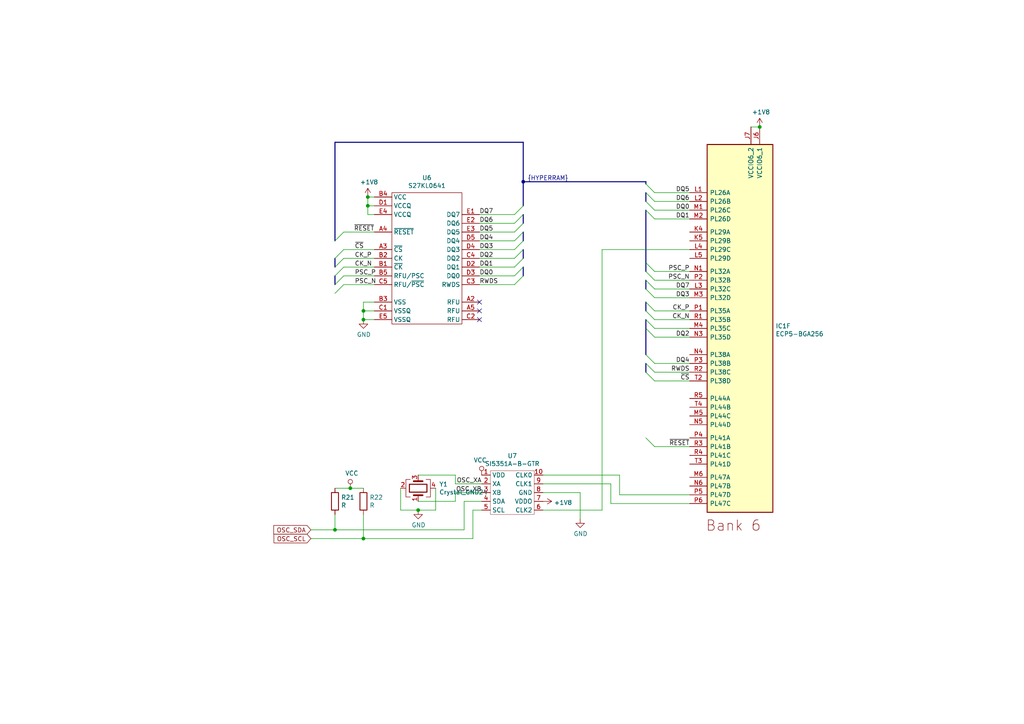
<source format=kicad_sch>
(kicad_sch (version 20200714) (host eeschema "5.99.0-unknown-8324cb3~102~ubuntu20.04.1")
  (page 1 6)
  (paper "A4")
  (lib_symbols
    (symbol "Device:Crystal_GND24" (pin_names hide)
      (property "Reference" "Y" (at 3.175 5.08 0))
      (property "Value" "Crystal_GND24" (at 3.175 3.175 0))
      (symbol "Crystal_GND24_0_1"
        (rectangle (start -1.143 2.54) (end 1.143 -2.54) (stroke (width 0.3048)))
        (polyline (pts (xy -2.54 0) (xy -2.032 0)))
        (polyline (pts (xy -2.032 -1.27) (xy -2.032 1.27)) (stroke (width 0.508)))
        (polyline (pts (xy 0 -3.81) (xy 0 -3.556)))
        (polyline (pts (xy 0 3.556) (xy 0 3.81)))
        (polyline (pts (xy 2.032 -1.27) (xy 2.032 1.27)) (stroke (width 0.508)))
        (polyline (pts (xy 2.032 0) (xy 2.54 0)))
        (polyline (pts (xy -2.54 -2.286) (xy -2.54 -3.556) (xy 2.54 -3.556) (xy 2.54 -2.286)))
        (polyline (pts (xy -2.54 2.286) (xy -2.54 3.556) (xy 2.54 3.556) (xy 2.54 2.286)))
      )
      (symbol "Crystal_GND24_1_1"
        (pin passive line (at -3.81 0 0) (length 1.27) (name "1") (number "1"))
        (pin passive line (at 0 5.08 270) (length 1.27) (name "2") (number "2"))
        (pin passive line (at 3.81 0 180) (length 1.27) (name "3") (number "3"))
        (pin passive line (at 0 -5.08 90) (length 1.27) (name "4") (number "4"))
      )
    )
    (symbol "Device:R" (pin_numbers hide) (pin_names (offset 0))
      (property "Reference" "R" (at 2.032 0 90))
      (property "Value" "R" (at 0 0 90))
      (symbol "R_0_1"
        (rectangle (start -1.016 -2.54) (end 1.016 2.54) (stroke (width 0.254)))
      )
      (symbol "R_1_1"
        (pin passive line (at 0 3.81 270) (length 1.27) (name "~") (number "1"))
        (pin passive line (at 0 -3.81 90) (length 1.27) (name "~") (number "2"))
      )
    )
    (symbol "mini_mipi:ECP5-BGA256" (pin_names (offset 0.762))
      (property "Reference" "IC" (at -2.54 1.27 0))
      (property "Value" "ECP5-BGA256" (at 10.16 1.27 0))
      (symbol "ECP5-BGA256_8_0"
        (text "(Config)" (at 13.97 -97.79 0) (effects (font (size 2.9972 2.9972))))
        (text "Bank 8" (at 13.97 -92.71 0) (effects (font (size 2.9972 2.9972))))
      )
      (symbol "ECP5-BGA256_1_1"
        (text "FPGA Supplies" (at 19.05 -76.2 0) (effects (font (size 2.9972 2.9972))))
        (pin power_in line (at 38.1 -2.54 180) (length 5.08) (name "GND_1") (number "A1"))
        (pin power_in line (at 38.1 -5.08 180) (length 5.08) (name "GND_2") (number "A16"))
        (pin power_in line (at 38.1 -10.16 180) (length 5.08) (name "GND_4") (number "D15"))
        (pin power_in line (at 38.1 -7.62 180) (length 5.08) (name "GND_3") (number "D2"))
        (pin power_in line (at 38.1 -12.7 180) (length 5.08) (name "GND_5") (number "F8"))
        (pin power_in line (at 38.1 -15.24 180) (length 5.08) (name "GND_6") (number "F9"))
        (pin power_in line (at 38.1 -20.32 180) (length 5.08) (name "GND_8") (number "G10"))
        (pin power_in line (at 0 -66.04 0) (length 5.08) (name "VCCAUX_1") (number "G11"))
        (pin power_in line (at 0 -2.54 0) (length 5.08) (name "VCC_1") (number "G6"))
        (pin power_in line (at 0 -5.08 0) (length 5.08) (name "VCC_2") (number "G7"))
        (pin power_in line (at 38.1 -17.78 180) (length 5.08) (name "GND_7") (number "G8"))
        (pin power_in line (at 0 -7.62 0) (length 5.08) (name "VCC_3") (number "G9"))
        (pin power_in line (at 38.1 -22.86 180) (length 5.08) (name "GND_9") (number "H1"))
        (pin power_in line (at 38.1 -30.48 180) (length 5.08) (name "GND_12") (number "H10"))
        (pin power_in line (at 38.1 -33.02 180) (length 5.08) (name "GND_13") (number "H16"))
        (pin power_in line (at 38.1 -25.4 180) (length 5.08) (name "GND_10") (number "H8"))
        (pin power_in line (at 38.1 -27.94 180) (length 5.08) (name "GND_11") (number "H9"))
        (pin power_in line (at 38.1 -40.64 180) (length 5.08) (name "GND_16") (number "J10"))
        (pin power_in line (at 38.1 -35.56 180) (length 5.08) (name "GND_14") (number "J8"))
        (pin power_in line (at 38.1 -38.1 180) (length 5.08) (name "GND_15") (number "J9"))
        (pin power_in line (at 38.1 -53.34 180) (length 5.08) (name "GND_21") (number "K10"))
        (pin power_in line (at 38.1 -43.18 180) (length 5.08) (name "GND_17") (number "K6"))
        (pin power_in line (at 38.1 -45.72 180) (length 5.08) (name "GND_18") (number "K7"))
        (pin power_in line (at 38.1 -48.26 180) (length 5.08) (name "GND_19") (number "K8"))
        (pin power_in line (at 38.1 -50.8 180) (length 5.08) (name "GND_20") (number "K9"))
        (pin power_in line (at 0 -15.24 0) (length 5.08) (name "VCC_6") (number "L10"))
        (pin power_in line (at 0 -68.58 0) (length 5.08) (name "VCCAUX_2") (number "L7"))
        (pin power_in line (at 0 -10.16 0) (length 5.08) (name "VCC_4") (number "L8"))
        (pin power_in line (at 0 -12.7 0) (length 5.08) (name "VCC_5") (number "L9"))
        (pin power_in line (at 38.1 -58.42 180) (length 5.08) (name "GND_23") (number "N15"))
        (pin power_in line (at 38.1 -55.88 180) (length 5.08) (name "GND_22") (number "N2"))
        (pin power_in line (at 38.1 -60.96 180) (length 5.08) (name "GND_24") (number "T1"))
        (pin power_in line (at 38.1 -66.04 180) (length 5.08) (name "GND_26") (number "T12"))
        (pin bidirectional line (at 38.1 -68.58 180) (length 5.08) (name "GND_27") (number "T16"))
        (pin power_in line (at 38.1 -63.5 180) (length 5.08) (name "GND_25") (number "T5"))
      )
      (symbol "ECP5-BGA256_2_1"
        (text "Bank 0" (at 10.16 -78.74 0) (effects (font (size 2.9972 2.9972))))
        (rectangle (start 0 0) (end 19.05 -74.93) (stroke (width 0.3048)) (fill (type background)))
        (pin bidirectional line (at 24.13 -11.43 180) (length 5.08) (name "PT4A") (number "A2"))
        (pin bidirectional line (at 24.13 -16.51 180) (length 5.08) (name "PT6A") (number "A3"))
        (pin bidirectional line (at 24.13 -19.05 180) (length 5.08) (name "PT6B") (number "A4"))
        (pin bidirectional line (at 24.13 -43.18 180) (length 5.08) (name "PT18A") (number "A5"))
        (pin bidirectional line (at 24.13 -45.72 180) (length 5.08) (name "PT18B") (number "A6"))
        (pin bidirectional line (at 24.13 -68.58 180) (length 5.08) (name "PT29A") (number "A7"))
        (pin bidirectional line (at 24.13 -71.12 180) (length 5.08) (name "PT29B") (number "A8"))
        (pin bidirectional line (at 24.13 -13.97 180) (length 5.08) (name "PT4B") (number "B3"))
        (pin bidirectional line (at 24.13 -29.21 180) (length 5.08) (name "PT11B") (number "B4"))
        (pin bidirectional line (at 24.13 -39.37 180) (length 5.08) (name "PT15B") (number "B5"))
        (pin bidirectional line (at 24.13 -55.88 180) (length 5.08) (name "PT22B") (number "B6"))
        (pin bidirectional line (at 24.13 -66.04 180) (length 5.08) (name "PT27B") (number "B7"))
        (pin bidirectional line (at 24.13 -26.67 180) (length 5.08) (name "PT11A") (number "C4"))
        (pin bidirectional line (at 24.13 -36.83 180) (length 5.08) (name "PT15A") (number "C5"))
        (pin bidirectional line (at 24.13 -53.34 180) (length 5.08) (name "PT22A") (number "C6"))
        (pin bidirectional line (at 24.13 -63.5 180) (length 5.08) (name "PT27A") (number "C7"))
        (pin bidirectional line (at 24.13 -24.13 180) (length 5.08) (name "PT9B") (number "D4"))
        (pin bidirectional line (at 24.13 -34.29 180) (length 5.08) (name "PT13B") (number "D5"))
        (pin bidirectional line (at 24.13 -50.8 180) (length 5.08) (name "PT20B") (number "D6"))
        (pin bidirectional line (at 24.13 -60.96 180) (length 5.08) (name "PT24B") (number "D7"))
        (pin bidirectional line (at 24.13 -21.59 180) (length 5.08) (name "PT9A") (number "E4"))
        (pin bidirectional line (at 24.13 -31.75 180) (length 5.08) (name "PT13A") (number "E5"))
        (pin bidirectional line (at 24.13 -48.26 180) (length 5.08) (name "PT20A") (number "E6"))
        (pin bidirectional line (at 24.13 -58.42 180) (length 5.08) (name "PT24A") (number "E7"))
        (pin power_in line (at 7.62 5.08 270) (length 5.08) (name "VCCIO0_1") (number "F6"))
        (pin power_in line (at 5.08 5.08 270) (length 5.08) (name "VCCIO0_2") (number "F7"))
      )
      (symbol "ECP5-BGA256_3_1"
        (text "Bank 1" (at 8.89 -96.52 0) (effects (font (size 2.9972 2.9972))))
        (pin bidirectional line (at 26.67 -34.29 180) (length 5.08) (name "PT42B") (number "A10"))
        (pin bidirectional line (at 26.67 -57.15 180) (length 5.08) (name "PT53A") (number "A11"))
        (pin bidirectional line (at 26.67 -59.69 180) (length 5.08) (name "PT53B") (number "A12"))
        (pin bidirectional line (at 26.67 -82.55 180) (length 5.08) (name "PT65A") (number "A13"))
        (pin bidirectional line (at 26.67 -85.09 180) (length 5.08) (name "PT65B") (number "A14"))
        (pin bidirectional line (at 26.67 -90.17 180) (length 5.08) (name "PT67B") (number "A15"))
        (pin bidirectional line (at 26.67 -31.75 180) (length 5.08) (name "PT42A") (number "A9"))
        (pin bidirectional line (at 26.67 -36.83 180) (length 5.08) (name "PT44A") (number "B10"))
        (pin bidirectional line (at 26.67 -46.99 180) (length 5.08) (name "PT49A") (number "B11"))
        (pin bidirectional line (at 26.67 -62.23 180) (length 5.08) (name "PT56A") (number "B12"))
        (pin bidirectional line (at 26.67 -72.39 180) (length 5.08) (name "PT60A") (number "B13"))
        (pin bidirectional line (at 26.67 -87.63 180) (length 5.08) (name "PT67A") (number "B14"))
        (pin bidirectional line (at 26.67 -19.05 180) (length 5.08) (name "PT35B") (number "B8"))
        (pin bidirectional line (at 26.67 -21.59 180) (length 5.08) (name "PT38A") (number "B9"))
        (pin bidirectional line (at 26.67 -39.37 180) (length 5.08) (name "PT44B") (number "C10"))
        (pin bidirectional line (at 26.67 -49.53 180) (length 5.08) (name "PT49B") (number "C11"))
        (pin bidirectional line (at 26.67 -64.77 180) (length 5.08) (name "PT56B") (number "C12"))
        (pin bidirectional line (at 26.67 -74.93 180) (length 5.08) (name "PT60B") (number "C13"))
        (pin bidirectional line (at 26.67 -16.51 180) (length 5.08) (name "PT35A") (number "C8"))
        (pin bidirectional line (at 26.67 -24.13 180) (length 5.08) (name "PT38B") (number "C9"))
        (pin bidirectional line (at 26.67 -41.91 180) (length 5.08) (name "PT47A") (number "D10"))
        (pin bidirectional line (at 26.67 -52.07 180) (length 5.08) (name "PT51A") (number "D11"))
        (pin bidirectional line (at 26.67 -67.31 180) (length 5.08) (name "PT58A") (number "D12"))
        (pin bidirectional line (at 26.67 -77.47 180) (length 5.08) (name "PT62A") (number "D13"))
        (pin bidirectional line (at 26.67 -13.97 180) (length 5.08) (name "PT33B") (number "D8"))
        (pin bidirectional line (at 26.67 -26.67 180) (length 5.08) (name "PT40A") (number "D9"))
        (pin bidirectional line (at 26.67 -44.45 180) (length 5.08) (name "PT47B") (number "E10"))
        (pin bidirectional line (at 26.67 -54.61 180) (length 5.08) (name "PT51B") (number "E11"))
        (pin bidirectional line (at 26.67 -69.85 180) (length 5.08) (name "PT58B") (number "E12"))
        (pin bidirectional line (at 26.67 -80.01 180) (length 5.08) (name "PT62B") (number "E13"))
        (pin bidirectional line (at 26.67 -11.43 180) (length 5.08) (name "PT33A") (number "E8"))
        (pin bidirectional line (at 26.67 -29.21 180) (length 5.08) (name "PT40B") (number "E9"))
        (pin power_in line (at 6.35 5.08 270) (length 5.08) (name "VCCIO1_1") (number "F10"))
        (pin power_in line (at 3.81 5.08 270) (length 5.08) (name "VCCIO1_2") (number "F11"))
      )
      (symbol "ECP5-BGA256_4_1"
        (text "Bank 2" (at 10.16 -97.79 0) (effects (font (size 2.9972 2.9972))))
        (rectangle (start 0 0) (end 19.05 -93.98) (stroke (width 0.3048)) (fill (type background)))
        (pin bidirectional line (at 24.13 -13.97 180) (length 5.08) (name "PR2B") (number "B15"))
        (pin bidirectional line (at 24.13 -11.43 180) (length 5.08) (name "PR2A") (number "B16"))
        (pin bidirectional line (at 24.13 -16.51 180) (length 5.08) (name "PR2C") (number "C14"))
        (pin bidirectional line (at 24.13 -24.13 180) (length 5.08) (name "PR5B") (number "C15"))
        (pin bidirectional line (at 24.13 -21.59 180) (length 5.08) (name "PR5A") (number "C16"))
        (pin bidirectional line (at 24.13 -19.05 180) (length 5.08) (name "PR2D") (number "D14"))
        (pin bidirectional line (at 24.13 -31.75 180) (length 5.08) (name "PR8A") (number "D16"))
        (pin bidirectional line (at 24.13 -26.67 180) (length 5.08) (name "PR5C") (number "E14"))
        (pin bidirectional line (at 24.13 -34.29 180) (length 5.08) (name "PR8B") (number "E15"))
        (pin bidirectional line (at 24.13 -49.53 180) (length 5.08) (name "PR11D") (number "E16"))
        (pin bidirectional line (at 24.13 -39.37 180) (length 5.08) (name "PR8D") (number "F12"))
        (pin bidirectional line (at 24.13 -36.83 180) (length 5.08) (name "PR8C") (number "F13"))
        (pin bidirectional line (at 24.13 -29.21 180) (length 5.08) (name "PR5D") (number "F14"))
        (pin bidirectional line (at 24.13 -46.99 180) (length 5.08) (name "PR11C") (number "F15"))
        (pin bidirectional line (at 24.13 -52.07 180) (length 5.08) (name "PR14A") (number "F16"))
        (pin bidirectional line (at 24.13 -41.91 180) (length 5.08) (name "PR11A") (number "G12"))
        (pin bidirectional line (at 24.13 -44.45 180) (length 5.08) (name "PR11B") (number "G13"))
        (pin bidirectional line (at 24.13 -57.15 180) (length 5.08) (name "PR14C") (number "G14"))
        (pin bidirectional line (at 24.13 -54.61 180) (length 5.08) (name "PR14B") (number "G15"))
        (pin bidirectional line (at 24.13 -72.39 180) (length 5.08) (name "PR20A") (number "G16"))
        (pin power_in line (at 3.81 5.08 270) (length 5.08) (name "VCCIO2_1") (number "H11"))
        (pin bidirectional line (at 24.13 -62.23 180) (length 5.08) (name "PR17A") (number "H12"))
        (pin bidirectional line (at 24.13 -64.77 180) (length 5.08) (name "PR17B") (number "H13"))
        (pin bidirectional line (at 24.13 -59.69 180) (length 5.08) (name "PR14D") (number "H14"))
        (pin bidirectional line (at 24.13 -74.93 180) (length 5.08) (name "PR20B") (number "H15"))
        (pin power_in line (at 6.35 5.08 270) (length 5.08) (name "VCCIO2_2") (number "J11"))
        (pin bidirectional line (at 24.13 -69.85 180) (length 5.08) (name "PR17D") (number "J12"))
        (pin bidirectional line (at 24.13 -67.31 180) (length 5.08) (name "PR17C") (number "J13"))
        (pin bidirectional line (at 24.13 -77.47 180) (length 5.08) (name "PR20C") (number "J14"))
        (pin bidirectional line (at 24.13 -85.09 180) (length 5.08) (name "PR23B") (number "J15"))
        (pin bidirectional line (at 24.13 -82.55 180) (length 5.08) (name "PR23A") (number "J16"))
        (pin bidirectional line (at 24.13 -80.01 180) (length 5.08) (name "PR20D") (number "K14"))
        (pin bidirectional line (at 24.13 -90.17 180) (length 5.08) (name "PR23D") (number "K15"))
        (pin bidirectional line (at 24.13 -87.63 180) (length 5.08) (name "PR23C") (number "K16"))
      )
      (symbol "ECP5-BGA256_5_1"
        (text "Bank 3" (at 15.24 -96.52 0) (effects (font (size 2.9972 2.9972))))
        (pin power_in line (at 3.81 5.08 270) (length 5.08) (name "VCCIO3_1") (number "K11"))
        (pin bidirectional line (at 25.4 -22.86 180) (length 5.08) (name "PR29B") (number "K12"))
        (pin bidirectional line (at 25.4 -20.32 180) (length 5.08) (name "PR29A") (number "K13"))
        (pin power_in line (at 6.35 5.08 270) (length 5.08) (name "VCCIO3_2") (number "L11"))
        (pin bidirectional line (at 25.4 -27.94 180) (length 5.08) (name "PR29D") (number "L12"))
        (pin bidirectional line (at 25.4 -25.4 180) (length 5.08) (name "PR29C") (number "L13"))
        (pin bidirectional line (at 25.4 -35.56 180) (length 5.08) (name "PR32C") (number "L14"))
        (pin bidirectional line (at 25.4 -12.7 180) (length 5.08) (name "PR26B") (number "L15"))
        (pin bidirectional line (at 25.4 -10.16 180) (length 5.08) (name "PR26A") (number "L16"))
        (pin bidirectional line (at 25.4 -81.28 180) (length 5.08) (name "PR47A") (number "M11"))
        (pin bidirectional line (at 25.4 -76.2 180) (length 5.08) (name "PR44C") (number "M12"))
        (pin bidirectional line (at 25.4 -45.72 180) (length 5.08) (name "PR35C") (number "M13"))
        (pin bidirectional line (at 25.4 -38.1 180) (length 5.08) (name "PR32D") (number "M14"))
        (pin bidirectional line (at 25.4 -17.78 180) (length 5.08) (name "PR26D") (number "M15"))
        (pin bidirectional line (at 25.4 -15.24 180) (length 5.08) (name "PR26C") (number "M16"))
        (pin bidirectional line (at 25.4 -83.82 180) (length 5.08) (name "PR47B") (number "N11"))
        (pin bidirectional line (at 25.4 -78.74 180) (length 5.08) (name "PR44D") (number "N12"))
        (pin bidirectional line (at 25.4 -50.8 180) (length 5.08) (name "PR38A") (number "N13"))
        (pin bidirectional line (at 25.4 -48.26 180) (length 5.08) (name "PR35D") (number "N14"))
        (pin bidirectional line (at 25.4 -30.48 180) (length 5.08) (name "PR32A") (number "N16"))
        (pin bidirectional line (at 25.4 -86.36 180) (length 5.08) (name "PR47C") (number "P11"))
        (pin bidirectional line (at 25.4 -88.9 180) (length 5.08) (name "PR47D") (number "P12"))
        (pin bidirectional line (at 25.4 -60.96 180) (length 5.08) (name "PR41A") (number "P13"))
        (pin bidirectional line (at 25.4 -53.34 180) (length 5.08) (name "PR38B") (number "P14"))
        (pin bidirectional line (at 25.4 -33.02 180) (length 5.08) (name "PR32B") (number "P15"))
        (pin bidirectional line (at 25.4 -40.64 180) (length 5.08) (name "PR35A") (number "P16"))
        (pin bidirectional line (at 25.4 -71.12 180) (length 5.08) (name "PR44A") (number "R12"))
        (pin bidirectional line (at 25.4 -66.04 180) (length 5.08) (name "PR41C") (number "R13"))
        (pin bidirectional line (at 25.4 -63.5 180) (length 5.08) (name "PR41B") (number "R14"))
        (pin bidirectional line (at 25.4 -55.88 180) (length 5.08) (name "PR38C") (number "R15"))
        (pin bidirectional line (at 25.4 -43.18 180) (length 5.08) (name "PR35B") (number "R16"))
        (pin bidirectional line (at 25.4 -73.66 180) (length 5.08) (name "PR44B") (number "T13"))
        (pin bidirectional line (at 25.4 -68.58 180) (length 5.08) (name "PR41D") (number "T14"))
        (pin bidirectional line (at 25.4 -58.42 180) (length 5.08) (name "PR38D") (number "T15"))
      )
      (symbol "ECP5-BGA256_6_1"
        (text "Bank 6" (at 11.43 -110.49 0) (effects (font (size 2.9972 2.9972))))
        (rectangle (start 0 0) (end 19.05 -106.68) (stroke (width 0.3048)) (fill (type background)))
        (pin power_in line (at 3.81 5.08 270) (length 5.08) (name "VCCIO6_1") (number "J6"))
        (pin power_in line (at 6.35 5.08 270) (length 5.08) (name "VCCIO6_2") (number "J7"))
        (pin bidirectional line (at 24.13 -25.4 180) (length 5.08) (name "PL29A") (number "K4"))
        (pin bidirectional line (at 24.13 -27.94 180) (length 5.08) (name "PL29B") (number "K5"))
        (pin bidirectional line (at 24.13 -13.97 180) (length 5.08) (name "PL26A") (number "L1"))
        (pin bidirectional line (at 24.13 -16.51 180) (length 5.08) (name "PL26B") (number "L2"))
        (pin bidirectional line (at 24.13 -41.91 180) (length 5.08) (name "PL32C") (number "L3"))
        (pin bidirectional line (at 24.13 -30.48 180) (length 5.08) (name "PL29C") (number "L4"))
        (pin bidirectional line (at 24.13 -33.02 180) (length 5.08) (name "PL29D") (number "L5"))
        (pin bidirectional line (at 24.13 -19.05 180) (length 5.08) (name "PL26C") (number "M1"))
        (pin bidirectional line (at 24.13 -21.59 180) (length 5.08) (name "PL26D") (number "M2"))
        (pin bidirectional line (at 24.13 -44.45 180) (length 5.08) (name "PL32D") (number "M3"))
        (pin bidirectional line (at 24.13 -53.34 180) (length 5.08) (name "PL35C") (number "M4"))
        (pin bidirectional line (at 24.13 -78.74 180) (length 5.08) (name "PL44C") (number "M5"))
        (pin bidirectional line (at 24.13 -96.52 180) (length 5.08) (name "PL47A") (number "M6"))
        (pin bidirectional line (at 24.13 -36.83 180) (length 5.08) (name "PL32A") (number "N1"))
        (pin bidirectional line (at 24.13 -55.88 180) (length 5.08) (name "PL35D") (number "N3"))
        (pin bidirectional line (at 24.13 -60.96 180) (length 5.08) (name "PL38A") (number "N4"))
        (pin bidirectional line (at 24.13 -81.28 180) (length 5.08) (name "PL44D") (number "N5"))
        (pin bidirectional line (at 24.13 -99.06 180) (length 5.08) (name "PL47B") (number "N6"))
        (pin bidirectional line (at 24.13 -48.26 180) (length 5.08) (name "PL35A") (number "P1"))
        (pin bidirectional line (at 24.13 -39.37 180) (length 5.08) (name "PL32B") (number "P2"))
        (pin bidirectional line (at 24.13 -63.5 180) (length 5.08) (name "PL38B") (number "P3"))
        (pin bidirectional line (at 24.13 -85.09 180) (length 5.08) (name "PL41A") (number "P4"))
        (pin bidirectional line (at 24.13 -101.6 180) (length 5.08) (name "PL47D") (number "P5"))
        (pin bidirectional line (at 24.13 -104.14 180) (length 5.08) (name "PL47C") (number "P6"))
        (pin bidirectional line (at 24.13 -50.8 180) (length 5.08) (name "PL35B") (number "R1"))
        (pin bidirectional line (at 24.13 -66.04 180) (length 5.08) (name "PL38C") (number "R2"))
        (pin bidirectional line (at 24.13 -87.63 180) (length 5.08) (name "PL41B") (number "R3"))
        (pin bidirectional line (at 24.13 -90.17 180) (length 5.08) (name "PL41C") (number "R4"))
        (pin bidirectional line (at 24.13 -73.66 180) (length 5.08) (name "PL44A") (number "R5"))
        (pin bidirectional line (at 24.13 -68.58 180) (length 5.08) (name "PL38D") (number "T2"))
        (pin bidirectional line (at 24.13 -92.71 180) (length 5.08) (name "PL41D") (number "T3"))
        (pin bidirectional line (at 24.13 -76.2 180) (length 5.08) (name "PL44B") (number "T4"))
      )
      (symbol "ECP5-BGA256_7_1"
        (text "Bank 7" (at 12.7 -113.03 0) (effects (font (size 2.9972 2.9972))))
        (rectangle (start 0 0) (end 20.32 -109.22) (stroke (width 0.3048)) (fill (type background)))
        (pin bidirectional line (at 25.4 -10.16 180) (length 5.08) (name "PL2A") (number "B1"))
        (pin bidirectional line (at 25.4 -12.7 180) (length 5.08) (name "PL2B") (number "B2"))
        (pin bidirectional line (at 25.4 -22.86 180) (length 5.08) (name "PL5A") (number "C1"))
        (pin bidirectional line (at 25.4 -25.4 180) (length 5.08) (name "PL5B") (number "C2"))
        (pin bidirectional line (at 25.4 -15.24 180) (length 5.08) (name "PL2C") (number "C3"))
        (pin bidirectional line (at 25.4 -35.56 180) (length 5.08) (name "PL8A") (number "D1"))
        (pin bidirectional line (at 25.4 -17.78 180) (length 5.08) (name "PL2D") (number "D3"))
        (pin bidirectional line (at 25.4 -54.61 180) (length 5.08) (name "PL11D") (number "E1"))
        (pin bidirectional line (at 25.4 -38.1 180) (length 5.08) (name "PL8B") (number "E2"))
        (pin bidirectional line (at 25.4 -27.94 180) (length 5.08) (name "PL5C") (number "E3"))
        (pin bidirectional line (at 25.4 -59.69 180) (length 5.08) (name "PL14A") (number "F1"))
        (pin bidirectional line (at 25.4 -52.07 180) (length 5.08) (name "PL11C") (number "F2"))
        (pin bidirectional line (at 25.4 -30.48 180) (length 5.08) (name "PL5D") (number "F3"))
        (pin bidirectional line (at 25.4 -40.64 180) (length 5.08) (name "PL8C") (number "F4"))
        (pin bidirectional line (at 25.4 -43.18 180) (length 5.08) (name "PL8D") (number "F5"))
        (pin bidirectional line (at 25.4 -82.55 180) (length 5.08) (name "PL20A") (number "G1"))
        (pin bidirectional line (at 25.4 -62.23 180) (length 5.08) (name "PL14B") (number "G2"))
        (pin bidirectional line (at 25.4 -64.77 180) (length 5.08) (name "PL14C") (number "G3"))
        (pin bidirectional line (at 25.4 -49.53 180) (length 5.08) (name "PL11B") (number "G4"))
        (pin bidirectional line (at 25.4 -46.99 180) (length 5.08) (name "PL11A") (number "G5"))
        (pin bidirectional line (at 25.4 -85.09 180) (length 5.08) (name "PL20B") (number "H2"))
        (pin bidirectional line (at 25.4 -67.31 180) (length 5.08) (name "PL14D") (number "H3"))
        (pin bidirectional line (at 25.4 -73.66 180) (length 5.08) (name "PL17B") (number "H4"))
        (pin bidirectional line (at 25.4 -71.12 180) (length 5.08) (name "PL17A") (number "H5"))
        (pin power_in line (at 7.62 5.08 270) (length 5.08) (name "VCCIO7_1") (number "H6"))
        (pin power_in line (at 5.08 5.08 270) (length 5.08) (name "VCCIO7_2") (number "H7"))
        (pin bidirectional line (at 25.4 -95.25 180) (length 5.08) (name "PL23A") (number "J1"))
        (pin bidirectional line (at 25.4 -97.79 180) (length 5.08) (name "PL23B") (number "J2"))
        (pin bidirectional line (at 25.4 -87.63 180) (length 5.08) (name "PL20C") (number "J3"))
        (pin bidirectional line (at 25.4 -76.2 180) (length 5.08) (name "PL17C") (number "J4"))
        (pin bidirectional line (at 25.4 -78.74 180) (length 5.08) (name "PL17D") (number "J5"))
        (pin bidirectional line (at 25.4 -100.33 180) (length 5.08) (name "PL23C") (number "K1"))
        (pin bidirectional line (at 25.4 -102.87 180) (length 5.08) (name "PL23D") (number "K2"))
        (pin bidirectional line (at 25.4 -90.17 180) (length 5.08) (name "PL20D") (number "K3"))
      )
      (symbol "ECP5-BGA256_1_0"
        (rectangle (start 5.08 0) (end 33.02 -71.12) (stroke (width 0.3048)) (fill (type background)))
      )
      (symbol "ECP5-BGA256_3_0"
        (rectangle (start 0 0) (end 21.59 -93.98) (stroke (width 0.3048)) (fill (type background)))
      )
      (symbol "ECP5-BGA256_5_0"
        (rectangle (start 0 0) (end 20.32 -91.44) (stroke (width 0.3048)) (fill (type background)))
      )
      (symbol "ECP5-BGA256_8_1"
        (rectangle (start 0 0) (end 21.59 -88.9) (stroke (width 0.3048)) (fill (type background)))
        (pin power_in line (at 5.08 5.08 270) (length 5.08) (name "VCCIO8") (number "L6"))
        (pin output line (at 26.67 -57.15 180) (length 5.08) (name "TDO") (number "M10"))
        (pin bidirectional line (at 26.67 -24.13 180) (length 5.08) (name "D2/PB9B") (number "M7"))
        (pin bidirectional line (at 26.67 -39.37 180) (length 5.08) (name "DOUT/CSON/PB15B") (number "M8"))
        (pin bidirectional line (at 26.67 -41.91 180) (length 5.08) (name "WRITEEN/PB18A") (number "M9"))
        (pin input line (at 26.67 -68.58 180) (length 5.08) (name "CFG_0") (number "N10"))
        (pin bidirectional line (at 26.67 -21.59 180) (length 5.08) (name "D3/PB9A") (number "N7"))
        (pin bidirectional line (at 26.67 -36.83 180) (length 5.08) (name "HOLDN/CSN/PB15A") (number "N8"))
        (pin bidirectional line (at 26.67 -63.5 180) (length 5.08) (name "MCLK/SCLK/CCLK") (number "N9"))
        (pin input line (at 26.67 -71.12 180) (length 5.08) (name "CFG_1") (number "P10"))
        (pin bidirectional line (at 26.67 -19.05 180) (length 5.08) (name "D4/COPI2/PB6B") (number "P7"))
        (pin bidirectional line (at 26.67 -34.29 180) (length 5.08) (name "CS1N/PB13B") (number "P8"))
        (pin bidirectional line (at 26.67 -80.01 180) (length 5.08) (name "DONE") (number "P9"))
        (pin input line (at 26.67 -73.66 180) (length 5.08) (name "CFG_2") (number "R10"))
        (pin input line (at 26.67 -54.61 180) (length 5.08) (name "TDI") (number "R11"))
        (pin bidirectional line (at 26.67 -13.97 180) (length 5.08) (name "D6/PB4B") (number "R6"))
        (pin bidirectional line (at 26.67 -16.51 180) (length 5.08) (name "D5/CIPO2/PB6A") (number "R7"))
        (pin bidirectional line (at 26.67 -31.75 180) (length 5.08) (name "SN/CSN/PB13A") (number "R8"))
        (pin bidirectional line (at 26.67 -85.09 180) (length 5.08) (name "PROGRAMN") (number "R9"))
        (pin input line (at 26.67 -52.07 180) (length 5.08) (name "TCK") (number "T10"))
        (pin input line (at 26.67 -49.53 180) (length 5.08) (name "TMS") (number "T11"))
        (pin bidirectional line (at 26.67 -11.43 180) (length 5.08) (name "D7/PB4A") (number "T6"))
        (pin bidirectional line (at 26.67 -26.67 180) (length 5.08) (name "D1/CIPO/PB11A") (number "T7"))
        (pin bidirectional line (at 26.67 -29.21 180) (length 5.08) (name "D0/COPI/PB11B") (number "T8"))
        (pin bidirectional line (at 26.67 -82.55 180) (length 5.08) (name "INITN") (number "T9"))
      )
    )
    (symbol "mini_mipi:S27KL0641"
      (property "Reference" "U" (at 0 20.32 0))
      (property "Value" "S27KL0641" (at 0 -20.32 0))
      (symbol "S27KL0641_0_1"
        (rectangle (start -10.16 19.05) (end 10.16 -19.05))
      )
      (symbol "S27KL0641_1_1"
        (pin passive line (at 15.24 -12.7 180) (length 5.08) (name "RFU") (number "A2"))
        (pin input line (at -15.24 2.54 0) (length 5.08) (name "~CS") (number "A3"))
        (pin input line (at -15.24 7.62 0) (length 5.08) (name "~RESET") (number "A4"))
        (pin passive line (at 15.24 -15.24 180) (length 5.08) (name "RFU") (number "A5"))
        (pin input line (at -15.24 -2.54 0) (length 5.08) (name "~CK") (number "B1"))
        (pin input line (at -15.24 0 0) (length 5.08) (name "CK") (number "B2"))
        (pin power_in line (at -15.24 -12.7 0) (length 5.08) (name "VSS") (number "B3"))
        (pin power_in line (at -15.24 17.78 0) (length 5.08) (name "VCC") (number "B4"))
        (pin input line (at -15.24 -5.08 0) (length 5.08) (name "RFU/PSC") (number "B5"))
        (pin power_in line (at -15.24 -15.24 0) (length 5.08) (name "VSSQ") (number "C1"))
        (pin passive line (at 15.24 -17.78 180) (length 5.08) (name "RFU") (number "C2"))
        (pin bidirectional line (at 15.24 -7.62 180) (length 5.08) (name "RWDS") (number "C3"))
        (pin bidirectional line (at 15.24 0 180) (length 5.08) (name "DQ2") (number "C4"))
        (pin input line (at -15.24 -7.62 0) (length 5.08) (name "RFU/~PSC") (number "C5"))
        (pin power_in line (at -15.24 15.24 0) (length 5.08) (name "VCCQ") (number "D1"))
        (pin bidirectional line (at 15.24 -2.54 180) (length 5.08) (name "DQ1") (number "D2"))
        (pin bidirectional line (at 15.24 -5.08 180) (length 5.08) (name "DQ0") (number "D3"))
        (pin bidirectional line (at 15.24 2.54 180) (length 5.08) (name "DQ3") (number "D4"))
        (pin bidirectional line (at 15.24 5.08 180) (length 5.08) (name "DQ4") (number "D5"))
        (pin bidirectional line (at 15.24 12.7 180) (length 5.08) (name "DQ7") (number "E1"))
        (pin bidirectional line (at 15.24 10.16 180) (length 5.08) (name "DQ6") (number "E2"))
        (pin bidirectional line (at 15.24 7.62 180) (length 5.08) (name "DQ5") (number "E3"))
        (pin power_in line (at -15.24 12.7 0) (length 5.08) (name "VCCQ") (number "E4"))
        (pin power_in line (at -15.24 -17.78 0) (length 5.08) (name "VSSQ") (number "E5"))
      )
    )
    (symbol "mini_mipi:SI5351A-B-GTR"
      (property "Reference" "U" (at 0 1.27 0))
      (property "Value" "SI5351A-B-GTR" (at 0 3.175 0))
      (symbol "SI5351A-B-GTR_0_1"
        (rectangle (start 6.35 0) (end -6.35 -12.7) (stroke (width 0.0006)))
      )
      (symbol "SI5351A-B-GTR_1_1"
        (pin input line (at -8.89 -1.27 0) (length 2.54) (name "VDD") (number "1"))
        (pin input line (at -8.89 -3.81 0) (length 2.54) (name "XA") (number "2"))
        (pin input line (at -8.89 -6.35 0) (length 2.54) (name "XB") (number "3"))
        (pin input line (at -8.89 -8.89 0) (length 2.54) (name "SDA") (number "4"))
        (pin input line (at -8.89 -11.43 0) (length 2.54) (name "SCL") (number "5"))
        (pin input line (at 8.89 -11.43 180) (length 2.54) (name "CLK2") (number "6"))
        (pin input line (at 8.89 -8.89 180) (length 2.54) (name "VDDO") (number "7"))
        (pin input line (at 8.89 -6.35 180) (length 2.54) (name "GND") (number "8"))
        (pin input line (at 8.89 -3.81 180) (length 2.54) (name "CLK1") (number "9"))
        (pin input line (at 8.89 -1.27 180) (length 2.54) (name "CLK0") (number "10"))
      )
    )
    (symbol "power:+1V8" (power) (pin_names (offset 0))
      (property "Value" "+1V8" (at 0 3.556 0))
      (symbol "+1V8_0_1"
        (polyline (pts (xy -0.762 1.27) (xy 0 2.54)))
        (polyline (pts (xy 0 0) (xy 0 2.54)))
        (polyline (pts (xy 0 2.54) (xy 0.762 1.27)))
      )
      (symbol "+1V8_1_1"
        (pin power_in line (at 0 0 90) (length 0) hide (name "+1V8") (number "1"))
      )
    )
    (symbol "power:GND" (power) (pin_names (offset 0))
      (property "Value" "GND" (at 0 -3.81 0))
      (symbol "GND_0_1"
        (polyline (pts (xy 0 0) (xy 0 -1.27) (xy 1.27 -1.27) (xy 0 -2.54) (xy -1.27 -1.27) (xy 0 -1.27)))
      )
      (symbol "GND_1_1"
        (pin power_in line (at 0 0 270) (length 0) hide (name "GND") (number "1"))
      )
    )
    (symbol "power:VCC" (power) (pin_names (offset 0))
      (property "Value" "VCC" (at 0 3.81 0))
      (symbol "VCC_0_1"
        (circle (center 0 1.905) (radius 0.635))
        (polyline (pts (xy 0 0) (xy 0 1.27)))
      )
      (symbol "VCC_1_1"
        (pin power_in line (at 0 0 90) (length 0) hide (name "VCC") (number "1"))
      )
    )
  )
  (bus_alias "HYPERRAM" (members "DQ[0..7]" "RWDS" "~CS" "CK_N" "CK_P" "PSC_N" "PSC_P" "~RESET"))
  (junction (at 97.155 153.67))
  (junction (at 101.6 141.605))
  (junction (at 105.41 90.17))
  (junction (at 105.41 92.71))
  (junction (at 105.41 156.21))
  (junction (at 106.68 57.15))
  (junction (at 106.68 59.69))
  (junction (at 121.285 147.955))
  (junction (at 220.345 36.83))
  (junction (at 151.765 52.705))
  (no_connect (at 139.065 87.63))
  (no_connect (at 139.065 92.71))
  (no_connect (at 139.065 90.17))
  (bus_entry (at 97.155 69.85) (size 2.54 -2.54) (stroke (width 0.1524)))
  (bus_entry (at 97.155 74.93) (size 2.54 -2.54) (stroke (width 0.1524)))
  (bus_entry (at 97.155 77.47) (size 2.54 -2.54) (stroke (width 0.1524)))
  (bus_entry (at 97.155 80.01) (size 2.54 -2.54) (stroke (width 0.1524)))
  (bus_entry (at 97.155 82.55) (size 2.54 -2.54) (stroke (width 0.1524)))
  (bus_entry (at 97.155 85.09) (size 2.54 -2.54) (stroke (width 0.1524)))
  (bus_entry (at 149.225 62.23) (size 2.54 -2.54) (stroke (width 0.1524)))
  (bus_entry (at 149.225 64.77) (size 2.54 -2.54) (stroke (width 0.1524)))
  (bus_entry (at 149.225 67.31) (size 2.54 -2.54) (stroke (width 0.1524)))
  (bus_entry (at 149.225 69.85) (size 2.54 -2.54) (stroke (width 0.1524)))
  (bus_entry (at 149.225 72.39) (size 2.54 -2.54) (stroke (width 0.1524)))
  (bus_entry (at 149.225 74.93) (size 2.54 -2.54) (stroke (width 0.1524)))
  (bus_entry (at 149.225 77.47) (size 2.54 -2.54) (stroke (width 0.1524)))
  (bus_entry (at 149.225 80.01) (size 2.54 -2.54) (stroke (width 0.1524)))
  (bus_entry (at 149.225 82.55) (size 2.54 -2.54) (stroke (width 0.1524)))
  (bus_entry (at 187.325 78.74) (size 2.54 2.54) (stroke (width 0.1524)))
  (bus_entry (at 187.325 81.28) (size 2.54 2.54) (stroke (width 0.1524)))
  (bus_entry (at 187.325 83.82) (size 2.54 2.54) (stroke (width 0.1524)))
  (bus_entry (at 187.325 87.63) (size 2.54 2.54) (stroke (width 0.1524)))
  (bus_entry (at 187.325 90.17) (size 2.54 2.54) (stroke (width 0.1524)))
  (bus_entry (at 187.325 92.71) (size 2.54 2.54) (stroke (width 0.1524)))
  (bus_entry (at 187.325 95.25) (size 2.54 2.54) (stroke (width 0.1524)))
  (bus_entry (at 187.325 102.87) (size 2.54 2.54) (stroke (width 0.1524)))
  (bus_entry (at 187.325 105.41) (size 2.54 2.54) (stroke (width 0.1524)))
  (bus_entry (at 187.325 107.95) (size 2.54 2.54) (stroke (width 0.1524)))
  (bus_entry (at 187.325 127) (size 2.54 2.54) (stroke (width 0.1524)))
  (bus_entry (at 189.865 55.88) (size -2.54 -2.54) (stroke (width 0.1524)))
  (bus_entry (at 189.865 58.42) (size -2.54 -2.54) (stroke (width 0.1524)))
  (bus_entry (at 189.865 60.96) (size -2.54 -2.54) (stroke (width 0.1524)))
  (bus_entry (at 189.865 63.5) (size -2.54 -2.54) (stroke (width 0.1524)))
  (bus_entry (at 189.865 78.74) (size -2.54 -2.54) (stroke (width 0.1524)))
  (wire (pts (xy 90.17 153.67) (xy 97.155 153.67)))
  (wire (pts (xy 90.17 156.21) (xy 105.41 156.21)))
  (wire (pts (xy 97.155 141.605) (xy 101.6 141.605)))
  (wire (pts (xy 97.155 149.225) (xy 97.155 153.67)))
  (wire (pts (xy 97.155 153.67) (xy 134.62 153.67)))
  (wire (pts (xy 99.695 67.31) (xy 108.585 67.31)))
  (wire (pts (xy 99.695 72.39) (xy 108.585 72.39)))
  (wire (pts (xy 99.695 74.93) (xy 108.585 74.93)))
  (wire (pts (xy 99.695 77.47) (xy 108.585 77.47)))
  (wire (pts (xy 99.695 80.01) (xy 108.585 80.01)))
  (wire (pts (xy 99.695 82.55) (xy 108.585 82.55)))
  (wire (pts (xy 101.6 141.605) (xy 105.41 141.605)))
  (wire (pts (xy 105.41 87.63) (xy 108.585 87.63)))
  (wire (pts (xy 105.41 90.17) (xy 105.41 87.63)))
  (wire (pts (xy 105.41 90.17) (xy 108.585 90.17)))
  (wire (pts (xy 105.41 92.71) (xy 105.41 90.17)))
  (wire (pts (xy 105.41 92.71) (xy 108.585 92.71)))
  (wire (pts (xy 105.41 149.225) (xy 105.41 156.21)))
  (wire (pts (xy 105.41 156.21) (xy 137.16 156.21)))
  (wire (pts (xy 106.68 57.15) (xy 106.68 59.69)))
  (wire (pts (xy 106.68 57.15) (xy 108.585 57.15)))
  (wire (pts (xy 106.68 59.69) (xy 106.68 62.23)))
  (wire (pts (xy 106.68 59.69) (xy 108.585 59.69)))
  (wire (pts (xy 106.68 62.23) (xy 108.585 62.23)))
  (wire (pts (xy 116.205 147.955) (xy 116.205 141.605)))
  (wire (pts (xy 121.285 137.795) (xy 132.08 137.795)))
  (wire (pts (xy 121.285 145.415) (xy 132.08 145.415)))
  (wire (pts (xy 121.285 147.955) (xy 116.205 147.955)))
  (wire (pts (xy 126.365 141.605) (xy 126.365 147.955)))
  (wire (pts (xy 126.365 147.955) (xy 121.285 147.955)))
  (wire (pts (xy 132.08 140.335) (xy 132.08 137.795)))
  (wire (pts (xy 132.08 142.875) (xy 132.08 145.415)))
  (wire (pts (xy 134.62 145.415) (xy 134.62 153.67)))
  (wire (pts (xy 137.16 147.955) (xy 137.16 156.21)))
  (wire (pts (xy 139.065 62.23) (xy 149.225 62.23)))
  (wire (pts (xy 139.065 64.77) (xy 149.225 64.77)))
  (wire (pts (xy 139.065 67.31) (xy 149.225 67.31)))
  (wire (pts (xy 139.065 69.85) (xy 149.225 69.85)))
  (wire (pts (xy 139.065 72.39) (xy 149.225 72.39)))
  (wire (pts (xy 139.065 74.93) (xy 149.225 74.93)))
  (wire (pts (xy 139.065 77.47) (xy 149.225 77.47)))
  (wire (pts (xy 139.065 80.01) (xy 149.225 80.01)))
  (wire (pts (xy 139.065 82.55) (xy 149.225 82.55)))
  (wire (pts (xy 139.7 140.335) (xy 132.08 140.335)))
  (wire (pts (xy 139.7 142.875) (xy 132.08 142.875)))
  (wire (pts (xy 139.7 145.415) (xy 134.62 145.415)))
  (wire (pts (xy 139.7 147.955) (xy 137.16 147.955)))
  (wire (pts (xy 157.48 137.795) (xy 179.705 137.795)))
  (wire (pts (xy 157.48 142.875) (xy 168.275 142.875)))
  (wire (pts (xy 157.48 147.955) (xy 174.625 147.955)))
  (wire (pts (xy 168.275 142.875) (xy 168.275 150.495)))
  (wire (pts (xy 174.625 72.39) (xy 200.025 72.39)))
  (wire (pts (xy 174.625 147.955) (xy 174.625 72.39)))
  (wire (pts (xy 177.165 140.335) (xy 157.48 140.335)))
  (wire (pts (xy 177.165 146.05) (xy 177.165 140.335)))
  (wire (pts (xy 179.705 137.795) (xy 179.705 143.51)))
  (wire (pts (xy 179.705 143.51) (xy 200.025 143.51)))
  (wire (pts (xy 189.865 81.28) (xy 200.025 81.28)))
  (wire (pts (xy 189.865 83.82) (xy 200.025 83.82)))
  (wire (pts (xy 189.865 86.36) (xy 200.025 86.36)))
  (wire (pts (xy 189.865 90.17) (xy 200.025 90.17)))
  (wire (pts (xy 189.865 92.71) (xy 200.025 92.71)))
  (wire (pts (xy 189.865 95.25) (xy 200.025 95.25)))
  (wire (pts (xy 189.865 97.79) (xy 200.025 97.79)))
  (wire (pts (xy 189.865 105.41) (xy 200.025 105.41)))
  (wire (pts (xy 189.865 107.95) (xy 200.025 107.95)))
  (wire (pts (xy 189.865 110.49) (xy 200.025 110.49)))
  (wire (pts (xy 189.865 129.54) (xy 200.025 129.54)))
  (wire (pts (xy 200.025 55.88) (xy 189.865 55.88)))
  (wire (pts (xy 200.025 58.42) (xy 189.865 58.42)))
  (wire (pts (xy 200.025 60.96) (xy 189.865 60.96)))
  (wire (pts (xy 200.025 63.5) (xy 189.865 63.5)))
  (wire (pts (xy 200.025 78.74) (xy 189.865 78.74)))
  (wire (pts (xy 200.025 146.05) (xy 177.165 146.05)))
  (wire (pts (xy 217.805 36.83) (xy 220.345 36.83)))
  (bus (pts (xy 97.155 41.275) (xy 97.155 74.93)))
  (bus (pts (xy 97.155 74.93) (xy 97.155 80.01)))
  (bus (pts (xy 97.155 80.01) (xy 97.155 85.09)))
  (bus (pts (xy 151.765 41.275) (xy 97.155 41.275)))
  (bus (pts (xy 151.765 52.705) (xy 151.765 41.275)))
  (bus (pts (xy 151.765 52.705) (xy 151.765 62.23)))
  (bus (pts (xy 151.765 52.705) (xy 187.325 52.705)))
  (bus (pts (xy 151.765 62.23) (xy 151.765 67.31)))
  (bus (pts (xy 151.765 67.31) (xy 151.765 72.39)))
  (bus (pts (xy 151.765 72.39) (xy 151.765 77.47)))
  (bus (pts (xy 151.765 77.47) (xy 151.765 80.01)))
  (bus (pts (xy 187.325 52.705) (xy 187.325 55.88)))
  (bus (pts (xy 187.325 55.88) (xy 187.325 60.96)))
  (bus (pts (xy 187.325 60.96) (xy 187.325 76.2)))
  (bus (pts (xy 187.325 76.2) (xy 187.325 81.28)))
  (bus (pts (xy 187.325 81.28) (xy 187.325 87.63)))
  (bus (pts (xy 187.325 87.63) (xy 187.325 92.71)))
  (bus (pts (xy 187.325 92.71) (xy 187.325 95.25)))
  (bus (pts (xy 187.325 95.25) (xy 187.325 105.41)))
  (bus (pts (xy 187.325 105.41) (xy 187.325 127)))
  (label "~CS" (at 102.87 72.39 0))
  (label "CK_P" (at 102.87 74.93 0))
  (label "CK_N" (at 102.87 77.47 0))
  (label "PSC_P" (at 102.87 80.01 0))
  (label "PSC_N" (at 102.87 82.55 0))
  (label "~RESET" (at 108.585 67.31 180))
  (label "DQ7" (at 139.065 62.23 0))
  (label "DQ6" (at 139.065 64.77 0))
  (label "DQ5" (at 139.065 67.31 0))
  (label "DQ4" (at 139.065 69.85 0))
  (label "DQ3" (at 139.065 72.39 0))
  (label "DQ2" (at 139.065 74.93 0))
  (label "DQ1" (at 139.065 77.47 0))
  (label "DQ0" (at 139.065 80.01 0))
  (label "RWDS" (at 139.065 82.55 0))
  (label "OSC_XA" (at 139.7 140.335 180))
  (label "OSC_XB" (at 139.7 142.875 180))
  (label "{HYPERRAM}" (at 153.035 52.705 0))
  (label "DQ5" (at 200.025 55.88 180))
  (label "DQ6" (at 200.025 58.42 180))
  (label "DQ0" (at 200.025 60.96 180))
  (label "DQ1" (at 200.025 63.5 180))
  (label "PSC_P" (at 200.025 78.74 180))
  (label "PSC_N" (at 200.025 81.28 180))
  (label "DQ7" (at 200.025 83.82 180))
  (label "DQ3" (at 200.025 86.36 180))
  (label "CK_P" (at 200.025 90.17 180))
  (label "CK_N" (at 200.025 92.71 180))
  (label "DQ2" (at 200.025 97.79 180))
  (label "DQ4" (at 200.025 105.41 180))
  (label "RWDS" (at 200.025 107.95 180))
  (label "~CS" (at 200.025 110.49 180))
  (label "~RESET" (at 200.025 129.54 180))
  (global_label "OSC_SDA" (shape input) (at 90.17 153.67 180))
  (global_label "OSC_SCL" (shape input) (at 90.17 156.21 180))
  (symbol (lib_id "power:VCC") (at 101.6 141.605 0) (unit 1)
    (property "Reference" "#PWR0106" (effects hide))
    (property "Value" "VCC" (at 102.0318 137.2806 0))
  )
  (symbol (lib_id "power:VCC") (at 139.7 137.795 0) (mirror y) (unit 1)
    (property "Reference" "#PWR0110" (effects hide))
    (property "Value" "VCC" (at 139.2682 133.4706 0))
  )
  (symbol (lib_id "power:+1V8") (at 106.68 57.15 0) (unit 1)
    (property "Reference" "#PWR0140" (effects hide))
    (property "Value" "+1V8" (at 107.0483 52.8256 0))
  )
  (symbol (lib_id "power:+1V8") (at 157.48 145.415 270) (unit 1)
    (property "Reference" "#PWR0119" (effects hide))
    (property "Value" "+1V8" (at 160.6551 145.7833 90) (effects (justify left)))
  )
  (symbol (lib_id "power:+1V8") (at 220.345 36.83 0) (unit 1)
    (property "Reference" "#PWR0138" (effects hide))
    (property "Value" "+1V8" (at 220.7133 32.5056 0))
  )
  (symbol (lib_id "power:GND") (at 105.41 92.71 0) (unit 1)
    (property "Reference" "#PWR0139" (effects hide))
    (property "Value" "GND" (at 105.5243 97.0344 0))
  )
  (symbol (lib_id "power:GND") (at 121.285 147.955 0) (unit 1)
    (property "Reference" "#PWR0141" (effects hide))
    (property "Value" "GND" (at 121.3993 152.2794 0))
  )
  (symbol (lib_id "power:GND") (at 168.275 150.495 0) (unit 1)
    (property "Reference" "#PWR0120" (effects hide))
    (property "Value" "GND" (at 168.3893 154.8194 0))
  )
  (symbol (lib_id "Device:R") (at 97.155 145.415 0) (unit 1)
    (property "Reference" "R21" (at 98.9331 144.2656 0) (effects (justify left)))
    (property "Value" "R" (at 98.9331 146.5643 0) (effects (justify left)))
    (property "Footprint" "Resistor_SMD:R_0402_1005Metric" (effects hide))
  )
  (symbol (lib_id "Device:R") (at 105.41 145.415 0) (unit 1)
    (property "Reference" "R22" (at 107.1881 144.2656 0) (effects (justify left)))
    (property "Value" "R" (at 107.1881 146.5643 0) (effects (justify left)))
    (property "Footprint" "Resistor_SMD:R_0402_1005Metric" (effects hide))
  )
  (symbol (lib_id "Device:Crystal_GND24") (at 121.285 141.605 90) (unit 1)
    (property "Reference" "Y1" (at 127.3811 140.4556 90) (effects (justify right)))
    (property "Value" "Crystal_GND24" (at 127.3811 142.7543 90) (effects (justify right)))
    (property "Footprint" "Crystal:Crystal_SMD_2016-4Pin_2.0x1.6mm" (effects hide))
  )
  (symbol (lib_id "mini_mipi:SI5351A-B-GTR") (at 148.59 136.525 0) (unit 1)
    (property "Reference" "U7" (at 148.59 132.2132 0))
    (property "Value" "SI5351A-B-GTR" (at 148.59 134.512 0))
    (property "Footprint" "Package_SO:MSOP-10_3x3mm_P0.5mm" (effects hide))
  )
  (symbol (lib_id "mini_mipi:S27KL0641") (at 123.825 74.93 0) (unit 1)
    (property "Reference" "U6" (at 123.825 51.5682 0))
    (property "Value" "S27KL0641" (at 123.825 53.8669 0))
    (property "Footprint" "mini-mipi:BGA-24_5x5_6.0x8.0mm" (effects hide))
    (property "Datasheet" "http://www.cypress.com/file/183506/download" (effects hide))
    (property "Source" "ANY" (effects hide))
  )
  (symbol (lib_id "mini_mipi:ECP5-BGA256") (at 224.155 41.91 0) (mirror y) (unit 6)
    (property "Reference" "IC1" (at 224.9425 94.5619 0) (effects (justify right)))
    (property "Value" "ECP5-BGA256" (at 224.9425 96.8606 0) (effects (justify right)))
    (property "Footprint" "mini-mipi:BGA256C80P16X16_1400X1400X170" (effects hide))
    (property "Description" "FPGA - Field Programmable Gate Array ECP5; 12k LUTs; 1.1V" (effects hide))
    (property "Height" "1.7" (effects hide))
    (property "Manufacturer_Name" "Lattice" (effects hide))
    (property "Manufacturer_Part_Number" "LFE5U-12F-6BG256C" (effects hide))
    (property "Mouser Part Number" "842-LFE5U12F6BG256C" (effects hide))
    (property "Mouser Price/Stock" "https://www.mouser.com/Search/Refine.aspx?Keyword=842-LFE5U12F6BG256C" (effects hide))
  )
)
</source>
